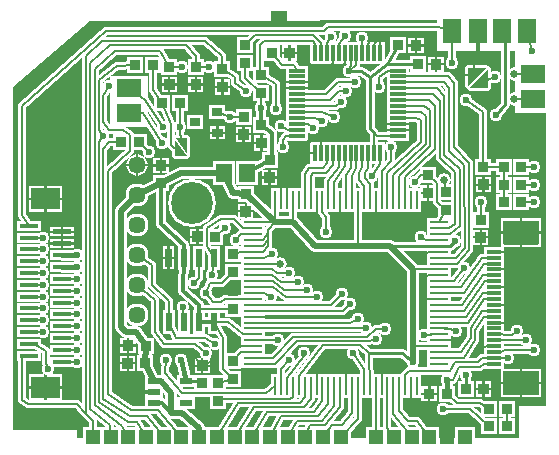
<source format=gtl>
G04*
G04 Format:               Gerber RS-274X*
G04 Export Settings:      OSH Park*
G04 Layer:                TopCopper*
G04 This File Name:       GC_DUAL_FINAL_testffc_ADV.gtl*
G04 Source File Name:     GC_DUAL_FINAL_testffc_ADV.rrb*
G04 Unique ID:            4e2d7a6f-c949-47f3-acdd-e5fe3011063f*
G04 Generated Date:       Friday, 30 March 2018 12:58:07*
G04*
G04 Created Using:        Robot Room Copper Connection v3.0.5875*
G04 Software Contact:     http://www.robotroom.com/CopperConnection/Support.aspx*
G04 License Number:       1880*
G04*
G04 Zero Suppression:     Leading*
G04 Number Precision:     2.4*
G04*
%FSLAX24Y24*%
%MOIN*%
%LNTopCopper*%
%ADD10C,.0063*%
%ADD11C,.007*%
%ADD12C,.008*%
%ADD13C,.01*%
%ADD14C,.011*%
%ADD15C,.0118*%
%ADD16C,.012*%
%ADD17C,.015*%
%ADD18C,.02*%
%ADD19C,.0236*%
%ADD20C,.0248*%
%ADD21C,.0256*%
%ADD22C,.0263*%
%ADD23C,.027*%
%ADD24C,.028*%
%ADD25C,.03*%
%ADD26C,.031*%
%ADD27C,.0318*%
%ADD28C,.032*%
%ADD29C,.035*%
%ADD30C,.04*%
%ADD31C,.0436*%
%ADD32C,.0448*%
%ADD33C,.0456*%
%ADD34C,.0571*%
%ADD35C,.0771*%
%ADD36C,.1398*%
%ADD37C,.1598*%
%ADD38R,.006X.006*%
%ADD39R,.0079X.0079*%
%ADD40R,.0453X.0453*%
%ADD41R,.0551X.0551*%
%ADD42R,.0653X.0653*%
%ADD43R,.011X.0591*%
%ADD44R,.0118X.0551*%
%ADD45R,.0236X.061*%
%ADD46R,.031X.0791*%
%ADD47R,.0318X.0751*%
%ADD48R,.0354X.0276*%
%ADD49R,.0354X.0354*%
%ADD50R,.0394X.0197*%
%ADD51R,.0436X.081*%
%ADD52R,.0492X.0118*%
%ADD53R,.0531X.061*%
%ADD54R,.0551X.0118*%
%ADD55R,.0554X.0476*%
%ADD56R,.0554X.0554*%
%ADD57R,.0591X.011*%
%ADD58R,.0594X.0397*%
%ADD59R,.0603X.0787*%
%ADD60R,.063X.0157*%
%ADD61R,.0692X.0318*%
%ADD62R,.0731X.081*%
%ADD63R,.0751X.0318*%
%ADD64R,.0787X.0603*%
%ADD65R,.0791X.031*%
%ADD66R,.0803X.0987*%
%ADD67R,.083X.0357*%
%ADD68R,.0945X.0709*%
%ADD69R,.0987X.0803*%
%ADD70R,.1181X.0787*%
%AMTHERMAL*7,0,0,$1,$1-$2-$2,$2,0*%
%ADD71THERMAL,.0728X.0079*%
G36*
G01X443Y13879D02*
X15627Y13891D01*
X15625Y1019D01*
X14750D01*
Y-48D01*
X0D01*
Y237D01*
X-2116D01*
Y11665D01*
X443Y13879D01*
G37*
%LPC*%
G36*
X12019Y14037D02*
X15714D01*
Y12854D01*
X12019D01*
Y14037D01*
G37*
G36*
X14611Y13090D02*
X15720D01*
Y10809D01*
X14611D01*
Y13090D01*
G37*
G36*
X1107Y12027D02*
X2367D01*
Y10334D01*
X1107D01*
Y12027D01*
G37*
D71*
X1998Y9063D03*
D18*
X3674Y9961D02*
Y9434D01*
X3297Y9961D01*
X3674D01*
X3280Y9365D02*
Y9892D01*
X3657Y9365D01*
X3280D01*
X13707Y11645D02*
X13103D01*
X13707Y12250D01*
Y11645D01*
X13039Y12309D02*
X13643D01*
X13039Y11705D01*
Y12309D01*
D22*
X11752Y2D02*
X11350Y533D01*
X8802Y5D02*
X9371Y612D01*
X8212Y2D02*
X8514Y395D01*
X7619Y9D02*
X7776Y395D01*
X7029Y6D02*
X7333Y543D01*
X6441Y9D02*
X6791Y690D01*
X8514Y395D02*
X8849D01*
X7776D02*
X8287D01*
X8780Y1006D01*
X7333Y543D02*
X8172D01*
X8583Y1045D01*
X6791Y690D02*
X8037D01*
X5851Y-13D02*
X6348Y838D01*
X7921D01*
X5258Y9D02*
X5906Y985D01*
X7562D01*
X13053Y3812D02*
X13568Y4600D01*
X12909Y4206D02*
X13594Y5191D01*
X12848Y4403D02*
X13527Y5388D01*
X13587Y5781D02*
X13909D01*
X13521Y5978D02*
X13909D01*
X13062Y6234D02*
Y9140D01*
X10700Y12016D02*
X12373D01*
X12570Y11793D01*
X12413Y9533D02*
Y11636D01*
X12255Y11819D01*
X10700D01*
X12255Y9415D02*
Y11360D01*
X12019Y11622D01*
X10700D01*
X12098Y11203D02*
X11861Y11425D01*
X10700D01*
X11940Y11045D02*
X11743Y11229D01*
X10700D01*
X11783Y9700D02*
Y10888D01*
X11586Y11032D01*
X10700D01*
X11625Y9760D02*
Y10691D01*
X11468Y10835D01*
X10700D01*
X12904Y9061D02*
X12413Y9533D01*
X12767Y7020D02*
Y8943D01*
X12255Y9415D01*
X12087Y6962D02*
X12413D01*
X11940Y9592D02*
Y11045D01*
X10552Y8739D02*
X11625Y9760D01*
X10355Y8804D02*
X11468Y9832D01*
Y10564D01*
X11310Y10638D01*
X10700D01*
X9764Y7907D02*
Y8423D01*
X7796Y7907D02*
X7806Y8683D01*
X9125Y8978D02*
Y9457D01*
X8583Y8491D02*
Y7907D01*
X8731Y9006D02*
X8732Y9457D01*
X8386Y7907D02*
Y8527D01*
X8809Y11171D02*
X8646Y11032D01*
X8292Y11426D02*
X8714Y11832D01*
X9263D01*
X8437Y11229D02*
X8724Y11518D01*
X8646Y11032D02*
X7354D01*
X8169Y10835D02*
X8563Y10672D01*
X12570Y9651D02*
Y11793D01*
X13062Y9140D02*
X12570Y9651D01*
X12904Y9061D02*
X12924Y6313D01*
X12650Y5978D01*
X12767Y7020D02*
X12452Y6765D01*
X9567Y8364D02*
X9400Y8563D01*
X8535Y9055D02*
Y9457D01*
X8338Y9130D02*
X8197Y8958D01*
X7706Y10441D02*
X7885Y10297D01*
X6861Y9667D02*
Y9905D01*
X6980Y10048D02*
X7354Y10047D01*
X12491Y12462D02*
Y13534D01*
X5364Y1133D02*
X4668Y-13D01*
X9981Y5D02*
X9961Y298D01*
X10355Y1686D02*
Y306D01*
X9074Y12187D02*
X9322Y12384D01*
X9074Y12187D02*
X9125Y12403D01*
X7031Y10244D02*
X6822Y10374D01*
X9322Y12384D02*
Y12803D01*
X1737Y11634D02*
X2264Y11222D01*
X12958Y11240D02*
X13555Y10837D01*
X14224Y8998D02*
Y8407D01*
Y7817D01*
X13554Y8998D02*
X14224D01*
X13909Y3419D02*
X14499Y3407D01*
X13908Y2829D02*
X14145Y2817D01*
X14499Y3407D02*
X14657Y3525D01*
X10110Y9104D02*
X9843Y8711D01*
X13909Y3222D02*
X14972D01*
X8724Y11518D02*
X8987D01*
X12087Y3025D02*
X11192D01*
X12087Y3419D02*
X11586Y3407D01*
X13527Y5388D02*
X13909D01*
X13594Y5191D02*
X13909D01*
X13524Y4797D02*
X13909D01*
X13568Y4600D02*
X13909D01*
X13501Y4206D02*
X13909D01*
X13581Y4010D02*
X13909D01*
X12087Y5190D02*
X12562D01*
X12905Y5637D01*
X10945Y1686D02*
X10956Y2069D01*
X13497Y2632D02*
X13909D01*
X14381Y2620D01*
X12901Y2631D02*
X12087D01*
X12822Y2828D02*
X12087D01*
X13524Y4797D02*
X12983Y4009D01*
X13053Y3812D02*
X12087D01*
X12983Y4009D02*
X12087D01*
X12909Y4206D02*
X12087D01*
X12848Y4403D02*
X12087D01*
Y4797D02*
X12891D01*
X13587Y5781D01*
X13521Y5978D02*
X12803Y4993D01*
X12087Y4994D01*
Y5584D02*
X11192D01*
X12087Y5781D02*
X12690D01*
X11940Y9592D02*
X10945Y8650D01*
X11783Y9700D02*
X10748Y8683D01*
X10552Y8739D02*
Y7907D01*
X10355Y8804D02*
Y7907D01*
X8977D02*
Y8730D01*
X7205Y7907D02*
Y7159D01*
X6615Y7907D02*
Y7159D01*
X10748Y857D02*
Y1686D01*
X11163Y5D02*
X10552Y756D01*
Y1686D01*
X10355Y306D02*
X10573Y9D01*
X9567Y1686D02*
X9578Y2271D01*
X5866Y7159D02*
X6615D01*
X5866Y5978D02*
X6232D01*
X5866Y5584D02*
X6497D01*
X5866Y5387D02*
X6521D01*
X5866Y5190D02*
X6533D01*
X5866Y4994D02*
X6541Y4993D01*
X5866Y4403D02*
X8484D01*
X5866Y2434D02*
X6603D01*
X12690Y5781D02*
X13062Y6234D01*
X12650Y5978D02*
X12087D01*
X12452Y6765D02*
X12087D01*
X12098Y9297D02*
Y11203D01*
X12609Y8825D02*
X12098Y9297D01*
X12609Y7113D02*
Y8825D01*
X12413Y6962D02*
X12609Y7113D01*
X10945Y8650D02*
Y7907D01*
X10748Y8683D02*
Y7907D01*
X9567D02*
Y8364D01*
X9174Y7907D02*
Y8704D01*
X7806Y8683D02*
X7885Y8801D01*
X5866Y4206D02*
X8869D01*
X5866Y3812D02*
X9106D01*
X5866Y2631D02*
X6543D01*
X6615Y1686D02*
X6299Y1478D01*
X7008Y1686D02*
Y1969D01*
X7402Y1686D02*
X7413Y2042D01*
X12087Y3616D02*
X12452Y3604D01*
X12087Y6568D02*
X11625Y6557D01*
X10158Y7907D02*
Y8877D01*
X10488Y9208D01*
X5866Y4600D02*
X4932Y4588D01*
X9371Y612D02*
X9370Y1686D01*
X9174Y783D02*
Y1686D01*
X8780Y1006D02*
Y1686D01*
X8583Y1045D02*
Y1686D01*
X8386Y1110D02*
Y1686D01*
X7921Y838D02*
X8189Y1183D01*
X7562Y985D02*
X7796Y1281D01*
X8037Y690D02*
X8386Y1110D01*
X8189Y1183D02*
Y1686D01*
X7796Y1281D02*
Y1686D01*
X5364Y1133D02*
X7448D01*
X7599Y1329D01*
X6543Y2631D02*
X7223Y3339D01*
X9681Y3348D01*
X6603Y2434D02*
X7333Y3200D01*
X6811Y1686D02*
Y2256D01*
X12452Y3604D02*
X12649Y3526D01*
X12901Y2631D02*
X13289Y3223D01*
X12822Y2828D02*
X13131Y3301D01*
X13289Y3565D02*
X13581Y4010D01*
X13131Y3643D02*
X13501Y4206D01*
X10956Y2069D02*
X11074Y2187D01*
X12452D01*
X9961Y298D02*
Y1686D01*
X8849Y395D02*
X9174Y783D01*
X7599Y1329D02*
Y1686D01*
X13368Y2502D02*
X13497Y2632D01*
X13446Y2344D02*
X13565Y2435D01*
X13909D01*
X14342Y927D02*
Y370D01*
X13751D02*
X13121Y927D01*
X12205Y936D01*
X11350Y533D02*
X11035D01*
X10748Y857D01*
X7413Y2042D02*
X8219Y3052D01*
X9449D01*
X6811Y2256D02*
X7087Y2560D01*
X7008Y1969D02*
X7579Y2689D01*
X7205Y1686D02*
Y1330D01*
X5866Y2828D02*
X5484D01*
X5217Y2528D01*
X4313Y2806D02*
X3928Y3102D01*
X5866Y3419D02*
X5555D01*
X5043Y3840D01*
X4559D01*
X9578Y2271D02*
X9203Y2806D01*
X9764Y1686D02*
X9744Y2806D01*
X5866Y3222D02*
X6693D01*
X3297Y3298D02*
X3059Y3840D01*
X3061Y4547D01*
X2510Y5059D01*
X5866Y6962D02*
X5528Y6951D01*
X4814Y7266D02*
X4342Y6951D01*
X11625Y6557D02*
X11468Y6675D01*
X4342Y6951D02*
Y6360D01*
X5866Y6568D02*
X6192D01*
X5866Y6371D02*
X6192D01*
X5866Y6175D02*
X6192D01*
X12087Y7159D02*
X12315Y7568D01*
X12005Y7826D01*
X4932Y4588D02*
X4814Y4510D01*
X5866Y6765D02*
X5484D01*
X6389Y6911D02*
X6615Y7159D01*
X6192Y6175D02*
X6389Y6360D01*
Y6557D02*
Y6360D01*
X6192Y6371D02*
X6389Y6557D01*
X6192Y6568D02*
X6389Y6793D01*
Y6557D01*
Y6793D02*
Y6911D01*
X6232Y5978D02*
X6507Y6084D01*
X5866Y5781D02*
X6783D01*
X6861Y9905D02*
X6980Y10048D01*
X6675Y5455D02*
X7058D01*
X6821Y5179D02*
X7373D01*
X6913Y4903D02*
X7688D01*
X6974Y4667D02*
X8003D01*
X6541Y4993D02*
X6974Y4667D01*
X6533Y5190D02*
X6913Y4903D01*
X6521Y5387D02*
X6821Y5179D01*
X6497Y5584D02*
X6675Y5455D01*
X8869Y4206D02*
X9106Y4445D01*
X9655Y3632D02*
X9421Y3616D01*
X9370Y7907D02*
X9371Y6371D01*
X10488Y9208D02*
Y9667D01*
X9764Y8423D02*
X9596Y8628D01*
Y8803D01*
X9400Y8563D02*
Y8809D01*
X8977Y8730D02*
X9125Y8978D01*
X8928Y9017D02*
X8583Y8491D01*
X8386Y8527D02*
X8731Y9006D01*
X8189Y7907D02*
Y7502D01*
X8197Y8958D02*
X7728D01*
X7609Y8762D01*
X7599Y7907D01*
X8314Y8801D02*
X8535Y9055D01*
X7885Y8801D02*
X8314D01*
X12688Y1124D02*
X13436D01*
X13751Y927D01*
X5484Y6765D02*
X5293Y6557D01*
X8189Y7502D02*
X8318Y7344D01*
Y6832D01*
X4539Y4510D02*
X4318Y4785D01*
X4449Y5140D01*
X3554Y4347D02*
X3559Y3840D01*
X3909Y5140D02*
X4066Y5297D01*
X4059Y5966D01*
X4499Y5415D02*
X4539Y5651D01*
X4559Y5966D01*
X4342Y6360D02*
X4559Y5966D01*
X5528Y6951D02*
X5247Y7266D01*
X5866Y6175D02*
X5477D01*
X13948Y11990D02*
X13515Y11832D01*
X13131Y3301D02*
Y3643D01*
X13289Y3223D02*
Y3565D01*
X8484Y4403D02*
X8830Y4753D01*
X9106Y3812D02*
X9381Y3919D01*
X9421Y3616D02*
X5866D01*
X13467Y7817D02*
Y7248D01*
X12452Y2187D02*
X12609Y2502D01*
X13368D01*
X12334Y1911D02*
X12531D01*
X12728Y2344D02*
X13446D01*
X12334Y1439D02*
X12688Y1124D01*
X12531Y1911D02*
X12728Y2344D01*
X5247Y7266D02*
X4814D01*
X4951Y6954D02*
X4617Y6675D01*
X4449Y5140D02*
X4854D01*
X5212Y5494D01*
X4814Y4510D02*
X4539D01*
X2411Y9499D02*
X2067Y9844D01*
X12255Y8565D02*
X12315Y8158D01*
X14145Y2817D02*
X14263Y2895D01*
X15247D01*
Y8998D02*
X14814D01*
X15247Y8407D02*
X14814D01*
X15247Y7817D02*
X14814D01*
X2218Y10807D02*
X1737D01*
X15011Y13534D02*
X15169Y12856D01*
X14578Y12108D02*
X15208D01*
X14578Y11281D02*
X15208D01*
X1476Y9844D02*
X1083D01*
X1940Y12384D02*
X1344Y12382D01*
X591Y12255D02*
Y1073D01*
X443Y12452D02*
Y939D01*
X2899Y6D02*
X2330Y689D01*
X1777D01*
X886Y9598D02*
Y1281D01*
X2608Y4551D02*
X1998Y5075D01*
X2608Y3500D02*
Y4551D01*
X3928Y3102D02*
X2904D01*
X2510Y5059D02*
Y5728D01*
X1998Y6075D01*
X886Y1281D02*
X1777Y689D01*
X13555Y10837D02*
X13554Y8998D01*
X1344Y12382D02*
X738Y11911D01*
Y1182D02*
Y9844D01*
X1718Y6D02*
X1501Y374D01*
X591Y1073D01*
X5477Y6175D02*
X5212Y6084D01*
X2218Y10807D02*
X2854Y9795D01*
X11704Y8722D02*
X11467Y8732D01*
X12005Y7826D02*
Y8456D01*
X11704Y8722D01*
X11467Y8732D02*
X11270Y8495D01*
X1083Y11714D02*
X886Y11369D01*
X1033Y1428D02*
X1821Y887D01*
X2718D01*
X3489Y6D01*
X1033Y8859D02*
Y1428D01*
X3494Y1478D02*
X6299D01*
X2953Y2117D02*
X3494Y1478D01*
X2965Y2568D02*
X2953Y2117D01*
X7113Y1281D02*
X4921D01*
X7205Y1330D02*
X7113Y1281D01*
X4921D02*
X4702Y1209D01*
X2904Y3102D02*
X2608Y3500D01*
X4702Y1799D02*
X5217Y1938D01*
X4608Y3102D02*
X4279Y3298D01*
X9449Y3052D02*
X9744Y2806D01*
X7333Y3200D02*
X9744D01*
X7579Y2689D02*
Y2806D01*
X295Y12698D02*
Y777D01*
X1772Y9526D02*
X1033Y8859D01*
X1772Y10065D02*
Y9526D01*
X886Y10483D02*
X1083Y10237D01*
Y9844D02*
X886Y9598D01*
X1526Y10237D02*
X1772Y10065D01*
X1083Y10237D02*
X1526D01*
X886Y11369D02*
Y10483D01*
X-1821Y2708D02*
Y1236D01*
X-1624Y1084D01*
X0D01*
X12491Y13534D02*
X12418Y13584D01*
X12008Y13682D01*
X985Y13535D02*
X-1821Y11025D01*
Y7383D01*
X-1590Y7039D01*
X738Y9844D02*
X872Y10041D01*
X738Y10237D02*
Y11911D01*
X872Y10041D02*
X738Y10237D01*
X-1590Y6645D02*
X-1132D01*
X2264Y11222D02*
X2862Y10326D01*
X4279Y3298D02*
X3297D01*
X5217Y1938D02*
X4859Y2280D01*
Y3298D02*
X4559Y3840D01*
X4859Y2280D02*
Y3298D01*
X9125Y12403D02*
Y12803D01*
X9976Y3594D02*
X10285D01*
X9681Y3348D02*
X9976Y3594D01*
X9744Y3200D02*
X9970Y3270D01*
X295Y777D02*
X541Y543D01*
X0Y1084D02*
X295Y777D01*
X8233Y13535D02*
X985D01*
X8381Y13682D02*
X8233Y13535D01*
X12008Y13682D02*
X8381D01*
X10109Y9457D02*
X10110Y9104D01*
X9913Y9457D02*
Y10140D01*
X10010Y10048D02*
X10700Y10047D01*
X9596Y8803D02*
X9716Y8951D01*
Y9457D01*
X9400Y8809D02*
X9519Y9002D01*
Y9457D01*
X9174Y8704D02*
X9322Y8957D01*
X8928Y9457D02*
Y9017D01*
X8338Y9457D02*
Y9130D01*
X9322Y8957D02*
Y9457D01*
X9913Y10140D02*
X10010Y10048D01*
X10700Y12213D02*
X10379D01*
X10089Y12008D01*
Y11663D01*
X7354Y10244D02*
X7031D01*
X7354Y10441D02*
X7706D01*
X7354Y10638D02*
X7953D01*
X7354Y10835D02*
X8169D01*
X7354Y11229D02*
X8437D01*
X7354Y11425D02*
X8292Y11426D01*
X7953Y10638D02*
X8161Y10529D01*
X7354Y12213D02*
X7234Y12402D01*
X6841D01*
X6152Y12057D02*
X6644Y11762D01*
Y10925D01*
X5561Y10679D02*
X5118D01*
X4690Y10843D01*
X6841Y12402D02*
X6496Y12795D01*
X2854Y11122D02*
X3150Y10433D01*
Y9744D01*
X3396Y9498D01*
X3445Y10335D02*
Y10089D01*
X3543Y9793D01*
D23*
X6152Y12057D02*
X6102Y12122D01*
X5640Y11527D02*
X5285Y11802D01*
X8732Y12803D02*
Y13097D01*
X8928Y13349D01*
X7880Y13387D02*
X5955D01*
X5602Y13053D01*
X8141Y13132D02*
X7880Y13387D01*
X7874Y13189D02*
X7944Y13091D01*
X5602Y12462D02*
Y11951D01*
X6152Y11467D01*
X3515Y12344D02*
X3082D01*
X4421D02*
X3968D01*
X4854Y12255D02*
Y12697D01*
X5287Y11995D02*
X4854Y12255D01*
X5285Y11802D02*
X5287Y11995D01*
X2531Y12384D02*
Y11580D01*
X2854Y11122D01*
X3082Y12344D02*
X2785Y12854D01*
X1265D02*
X591Y12255D01*
X2785Y12854D02*
X1265D01*
X3968Y12344D02*
X3966Y12697D01*
X3651Y13051D02*
X1107D01*
X3966Y12697D02*
X3651Y13051D01*
X4854Y12697D02*
X4281Y13208D01*
X847D01*
X1107Y13051D02*
X443Y12452D01*
X847Y13208D02*
X295Y12698D01*
X2308Y6D02*
X1993Y492D01*
X1698D01*
X738Y1182D01*
X1127Y6D02*
X1122Y413D01*
X443Y939D01*
X-961Y2257D02*
X-1033Y2462D01*
Y2856D01*
X-1411Y3102D01*
X-1590D01*
Y2708D02*
X-1821D01*
X541Y543D02*
X537Y6D01*
X-492Y2511D02*
X0D01*
X-492Y2905D02*
X0D01*
X-492Y3298D02*
X0D01*
X-492Y3692D02*
X0D01*
X-492Y4086D02*
X0D01*
X-492Y4480D02*
X0D01*
X-492Y4873D02*
X0D01*
X-492Y5267D02*
X0D01*
X-1590Y3495D02*
X-1132D01*
X-1590Y3889D02*
X-1132D01*
X-1590Y4283D02*
X-1132D01*
X-1590Y4676D02*
X-1132D01*
X-1590Y5070D02*
X-1132D01*
X-1590Y5464D02*
X-1132D01*
X-1590Y5858D02*
X-1132D01*
X-1590Y6251D02*
X-1132D01*
X9519Y12803D02*
Y13294D01*
X7944Y13091D02*
Y12803D01*
X8141D02*
Y13132D01*
X8338Y12803D02*
Y13123D01*
X8465Y13337D01*
X6102Y12122D02*
Y13053D01*
X6152Y11467D02*
Y10974D01*
X6242Y13189D02*
X7874D01*
X6102Y13053D02*
X6242Y13189D01*
X3445Y11122D02*
Y10335D01*
D24*
X4066Y4273D02*
X5212D01*
X5866Y4797D02*
X6232D01*
X6468Y4667D01*
D25*
X9762Y12006D02*
X9475Y12187D01*
X9762Y12006D02*
X10720Y13053D02*
X10326Y12423D01*
X9475Y12187D02*
X9074D01*
X9762Y10297D02*
Y12006D01*
X10326Y12423D02*
X9762Y12006D01*
X10326Y12423D02*
X11389D01*
X9744Y2806D02*
X10856D01*
X13987Y10730D02*
X14260Y11085D01*
Y13340D01*
X12964Y2069D02*
Y1596D01*
X10856Y2806D02*
X11192Y2502D01*
X4183Y1783D02*
X3937Y1871D01*
X3642D01*
X9762Y10297D02*
X9913Y10140D01*
D26*
X12087Y6371D02*
X10424D01*
X12087D02*
X12452Y6360D01*
X12609Y6518D01*
D27*
X4559Y3840D02*
X4059D01*
D28*
X3559Y5966D02*
X3560Y6389D01*
X3559Y5966D02*
X3554Y4864D01*
X4066Y4392D01*
X3560Y6389D02*
X2805Y7088D01*
X5680Y8801D02*
X6428Y9234D01*
X6507Y9313D01*
Y10138D01*
X4066Y4273D02*
X4059Y3840D01*
X4066Y4392D02*
Y4273D01*
X6152Y10384D02*
Y10974D01*
X2579Y1123D02*
X2834D01*
X3150Y789D01*
X2805Y1871D02*
X2579D01*
X2805Y7088D02*
Y8454D01*
X6507Y10138D02*
X6152Y10384D01*
D29*
X3642Y1871D02*
X3484Y2568D01*
X12334Y1911D02*
Y1439D01*
X-492Y6054D02*
X0D01*
X-492Y5661D02*
X0D01*
D30*
X2805Y8454D02*
X3485Y8801D01*
X4893D01*
X11192Y2502D02*
Y3025D01*
Y5584D01*
X10424Y6371D01*
X9371D01*
X7205Y7159D02*
X7924Y6371D01*
X6615Y7159D02*
X7205D01*
X9371Y6371D02*
X7924D01*
X5208Y8132D02*
X4893Y8801D01*
X6615Y7159D02*
X5632Y8114D01*
X5208Y8132D01*
X4079Y9D02*
X4075Y315D01*
X3150Y789D02*
Y1478D01*
X2805Y1871D01*
X2579D02*
X2290Y2457D01*
X3494Y789D02*
X3150D01*
X2290Y2457D02*
X2293Y3046D01*
X2003Y8075D02*
X1476Y7531D01*
Y3670D01*
X1624Y3495D01*
X2805Y8454D02*
X2003Y8075D01*
X1969Y3495D02*
X2293Y3046D01*
X1624Y3495D02*
X1969D01*
X4075Y315D02*
X3494Y789D01*
D31*
X12905Y5637D03*
X9843Y8711D03*
X10089Y11663D03*
X8161Y10529D03*
X7885Y10297D03*
X9263Y11832D03*
X8987Y11518D03*
X8809Y11171D03*
X8563Y10672D03*
X6822Y10374D03*
X14381Y2620D03*
X15169Y12856D03*
X6152Y10974D03*
X9074Y12187D03*
X5640Y11527D03*
X4421Y12344D03*
X3515D03*
X9519Y13294D03*
X8928Y13349D03*
X8465Y13337D03*
X3445Y10335D03*
X2862Y10326D03*
X2854Y9795D03*
X15247Y8998D03*
Y8407D03*
Y7817D03*
X14657Y3525D03*
X14972Y3222D03*
X15247Y2895D03*
X2411Y9499D03*
X5293Y6557D03*
X6507Y6084D03*
X7058Y5455D03*
X7373Y5179D03*
X7688Y4903D03*
X8003Y4667D03*
X8830Y4753D03*
X9106Y4445D03*
X9381Y3919D03*
X6861Y9667D03*
X9655Y3632D03*
X9970Y3270D03*
X10285Y3594D03*
X11468Y6675D03*
X12649Y3526D03*
X10488Y9667D03*
X12491Y12462D03*
X12334Y1911D03*
X12205Y936D03*
X9203Y2806D03*
X11192Y2502D03*
X6693Y3222D03*
X4608Y3102D03*
X12609Y6518D03*
X13467Y7817D03*
X11270Y8495D03*
X6468Y4667D03*
X11586Y3407D03*
X8318Y6832D03*
X12964Y2069D03*
X3554Y4347D03*
X3909Y5140D03*
X4499Y5415D03*
X4951Y6954D03*
X4318Y4785D03*
X13948Y11990D03*
X13987Y10730D03*
X12958Y11240D03*
X1083Y11714D03*
X2965Y2568D03*
X3484D03*
X7579Y2806D03*
X4313D03*
X7087Y2560D03*
X0Y5267D03*
Y4873D03*
Y4480D03*
Y4086D03*
Y3692D03*
Y3298D03*
Y2905D03*
Y2511D03*
X-961Y2257D03*
X-1132Y3495D03*
Y3889D03*
Y4283D03*
Y4676D03*
Y5070D03*
Y5464D03*
Y5858D03*
Y6251D03*
X0Y5661D03*
Y6054D03*
X872Y10041D03*
X-1132Y6645D03*
D19*
X11368Y936D03*
X13041Y641D03*
X11713Y543D03*
X12746Y641D03*
X10301Y2216D03*
X8465Y2757D03*
X5105Y3397D03*
X3222Y2806D03*
X4584Y2567D03*
D31*
X6644Y10925D03*
X5118Y10679D03*
D32*
X14578Y12108D03*
Y11281D03*
D33*
X6783Y5781D03*
X12255Y8565D03*
D35*
X1998Y4075D03*
Y5075D03*
Y6075D03*
Y7075D03*
X2003Y8075D03*
D37*
X3837Y7784D03*
D42*
X3489Y6D03*
X4079Y9D03*
X4668Y-13D03*
X5258Y9D03*
X5851Y-13D03*
X6441Y9D03*
X7029Y6D03*
X7619Y9D03*
X8212Y2D03*
X8802Y5D03*
X9981D03*
X10573Y9D03*
X11163Y5D03*
X11752Y2D03*
D40*
X12342Y5D03*
D42*
X12936Y7D03*
X1718Y6D03*
X1127D03*
X537D03*
X2899D03*
X2308D03*
D46*
X6615Y1686D03*
X6811D03*
X7008D03*
X7205D03*
X7402D03*
X7599D03*
X7796D03*
X7992D03*
X8189D03*
X8386D03*
X8583D03*
X8780D03*
X8977D03*
X9174D03*
X9370D03*
X9567D03*
X9764D03*
X9961D03*
X10158D03*
X10355D03*
X10552D03*
X10748D03*
X10945D03*
X11142D03*
X11339D03*
X6615Y7907D03*
X6811D03*
X7008D03*
X7205D03*
X7402D03*
X7599D03*
X7796D03*
X7992D03*
X8189D03*
X8386D03*
X8583D03*
X8780D03*
X8977D03*
X9174D03*
X9370D03*
X9567D03*
X9764D03*
X9961D03*
X10158D03*
X10355D03*
X10552D03*
X10748D03*
X10945D03*
X11142D03*
X11339D03*
D47*
X7944Y9457D03*
X8141D03*
X8338D03*
X8535D03*
X8732D03*
X8928D03*
X9125D03*
X9322D03*
X9519D03*
X9716D03*
X9913D03*
X10109D03*
X7944Y12803D03*
X8141D03*
X8338D03*
X8535D03*
X8732D03*
X8928D03*
X9125D03*
X9322D03*
X9519D03*
X9716D03*
X9913D03*
X10109D03*
D51*
X4559Y5966D03*
X4059D03*
X3559D03*
D39*
X2902Y6045D02*
Y6311D01*
X2981D01*
X3138D02*
X3217D01*
Y6045D01*
Y5888D02*
Y5622D01*
X3138D01*
X2981D02*
X2902D01*
Y5888D01*
D51*
X4559Y3840D03*
X4059D03*
X3559D03*
X3059D03*
D39*
X4474Y10221D02*
Y10320D01*
X4612D01*
X4769D02*
X4907D01*
Y10221D01*
Y10064D02*
Y9965D01*
X4769D01*
X4612D02*
X4474D01*
Y10064D01*
D55*
X3942Y10493D03*
X4690Y10843D03*
D56*
X4702Y1209D03*
Y1799D03*
X12334Y1439D03*
D39*
X11527Y1518D02*
Y1655D01*
X11665D01*
X11822D02*
X11960D01*
Y1518D01*
Y1360D02*
Y1222D01*
X11822D01*
X11665D02*
X11527D01*
Y1360D01*
D56*
X5217Y2528D03*
Y1938D03*
D39*
X1483Y2536D02*
Y2673D01*
X1621D01*
X1779D02*
X1916D01*
Y2536D01*
Y2378D02*
Y2240D01*
X1779D01*
X1621D02*
X1483D01*
Y2378D01*
D56*
X2290Y2457D03*
D39*
X13338Y1675D02*
Y1813D01*
X13476D01*
X13633D02*
X13771D01*
Y1675D01*
Y1518D02*
Y1380D01*
X13633D01*
X13476D02*
X13338D01*
Y1518D01*
D56*
X12964Y1596D03*
D39*
X1486Y3124D02*
Y3262D01*
X1624D01*
X1781D02*
X1919D01*
Y3124D01*
Y2967D02*
Y2829D01*
X1781D01*
X1624D02*
X1486D01*
Y2967D01*
D56*
X2293Y3046D03*
X4183Y1783D03*
D39*
X3967Y2452D02*
Y2590D01*
X4104D01*
X4262D02*
X4400D01*
Y2452D01*
Y2295D02*
Y2157D01*
X4262D01*
X4104D02*
X3967D01*
Y2295D01*
D56*
X5212Y4273D03*
X12315Y8158D03*
Y7568D03*
D39*
X11487Y8210D02*
Y8348D01*
X11625D01*
X11783D02*
X11921D01*
Y8210D01*
Y8053D02*
Y7915D01*
X11783D01*
X11625D02*
X11487D01*
Y8053D01*
D56*
X11704Y8722D03*
D39*
X13250Y6736D02*
Y6874D01*
X13388D01*
X13545D02*
X13683D01*
Y6736D01*
Y6579D02*
Y6441D01*
X13545D01*
X13388D02*
X13250D01*
Y6579D01*
D56*
X13467Y7248D03*
D39*
X5415Y7602D02*
Y7740D01*
X5553D01*
X5711D02*
X5849D01*
Y7602D01*
Y7445D02*
Y7307D01*
X5711D01*
X5553D02*
X5415D01*
Y7445D01*
D56*
X5632Y8114D03*
D39*
X6212Y8722D02*
Y8860D01*
X6350D01*
X6507D02*
X6645D01*
Y8722D01*
Y8565D02*
Y8427D01*
X6507D01*
X6350D02*
X6212D01*
Y8565D01*
D56*
X6428Y9234D03*
X10720Y13053D03*
D39*
X11094Y13132D02*
Y13269D01*
X11232D01*
X11389D02*
X11527D01*
Y13132D01*
Y12974D02*
Y12836D01*
X11389D01*
X11232D02*
X11094D01*
Y12974D01*
D56*
X5602Y12462D03*
Y13053D03*
D39*
X2865Y11832D02*
Y11970D01*
X3003D01*
X3161D02*
X3298D01*
Y11832D01*
Y11675D02*
Y11537D01*
X3161D01*
X3003D02*
X2865D01*
Y11675D01*
D56*
X3082Y12344D03*
D39*
X3751Y11832D02*
Y11970D01*
X3889D01*
X4046D02*
X4184D01*
Y11832D01*
Y11675D02*
Y11537D01*
X4046D01*
X3889D02*
X3751D01*
Y11675D01*
D56*
X3968Y12344D03*
D39*
X4637Y11743D02*
Y11881D01*
X4775D01*
X4932D02*
X5070D01*
Y11743D01*
Y11586D02*
Y11448D01*
X4932D01*
X4775D02*
X4637D01*
Y11586D01*
D56*
X4854Y12255D03*
X2531Y12384D03*
X1940D03*
X14224Y7817D03*
X14814D03*
X14224Y8407D03*
X14814D03*
X14224Y8998D03*
X14814D03*
D39*
X13338Y8486D02*
Y8624D01*
X13476D01*
X13633D02*
X13771D01*
Y8486D01*
Y8329D02*
Y8191D01*
X13633D01*
X13476D02*
X13338D01*
Y8329D01*
D56*
X13554Y8998D03*
D39*
X2589Y9124D02*
Y9261D01*
X2726D01*
X2884D02*
X3022D01*
Y9124D01*
Y8966D02*
Y8828D01*
X2884D01*
X2726D02*
X2589D01*
Y8966D01*
D56*
X2805Y8454D03*
X6152Y10384D03*
D39*
X5935Y9872D02*
Y10010D01*
X6073D01*
X6230D02*
X6368D01*
Y9872D01*
Y9715D02*
Y9577D01*
X6230D01*
X6073D02*
X5935D01*
Y9715D01*
D56*
X11389Y12423D03*
D39*
X11763Y12502D02*
Y12640D01*
X11901D01*
X12058D02*
X12196D01*
Y12502D01*
Y12344D02*
Y12206D01*
X12058D01*
X11901D02*
X11763D01*
Y12344D01*
D56*
X13751Y927D03*
X14342D03*
X13751Y370D03*
X14342D03*
X1476Y9844D03*
X2067D03*
X5212Y6084D03*
Y5494D03*
D39*
X3810Y6754D02*
Y6892D01*
X3948D01*
X4106D02*
X4243D01*
Y6754D01*
Y6596D02*
Y6458D01*
X4106D01*
X3948D02*
X3810D01*
Y6596D01*
D56*
X4617Y6675D03*
X6496Y12795D03*
D39*
X6870Y12874D02*
Y13012D01*
X7008D01*
X7165D02*
X7303D01*
Y12874D01*
Y12717D02*
Y12579D01*
X7165D01*
X7008D02*
X6870D01*
Y12717D01*
D56*
X6152Y11467D03*
Y12057D03*
X5561Y10679D03*
D39*
X5344Y10167D02*
Y10305D01*
X5482D01*
X5640D02*
X5778D01*
Y10167D01*
Y10010D02*
Y9872D01*
X5640D01*
X5482D02*
X5344D01*
Y10010D01*
D56*
X2854Y11122D03*
X3445D03*
D58*
X3642Y1871D03*
Y1123D03*
X2579Y1871D03*
Y1123D03*
Y1497D03*
D61*
X13908Y2829D03*
X13909Y3025D03*
Y3222D03*
Y3419D03*
Y3616D03*
Y3813D03*
Y4010D03*
Y4206D03*
Y4403D03*
Y4600D03*
Y4797D03*
Y4994D03*
Y5191D03*
Y5388D03*
Y5584D03*
Y5781D03*
Y5978D03*
Y2632D03*
Y6175D03*
Y2435D03*
D62*
X4893Y8801D03*
X5680D03*
D63*
X10700Y10047D03*
Y10244D03*
Y10441D03*
Y10638D03*
Y10835D03*
Y11032D03*
Y11229D03*
Y11425D03*
Y11622D03*
Y11819D03*
Y12016D03*
Y12213D03*
X7354Y10047D03*
Y10244D03*
Y10441D03*
Y10638D03*
Y10835D03*
Y11032D03*
Y11229D03*
Y11425D03*
Y11622D03*
Y11819D03*
Y12016D03*
Y12213D03*
D65*
X5866Y7159D03*
Y6962D03*
Y6765D03*
Y6568D03*
Y6371D03*
Y6175D03*
Y5978D03*
Y5781D03*
Y5584D03*
Y5387D03*
Y5190D03*
Y4994D03*
Y4797D03*
Y4600D03*
Y4403D03*
Y4206D03*
Y4009D03*
Y3812D03*
Y3616D03*
Y3419D03*
Y3222D03*
Y3025D03*
Y2828D03*
Y2631D03*
Y2434D03*
X12087Y7159D03*
Y6962D03*
Y6765D03*
Y6568D03*
Y6371D03*
Y6175D03*
Y5978D03*
Y5781D03*
Y5584D03*
Y5387D03*
Y5190D03*
Y4994D03*
Y4797D03*
Y4600D03*
Y4403D03*
Y4206D03*
Y4009D03*
Y3812D03*
Y3616D03*
Y3419D03*
Y3222D03*
Y3025D03*
Y2828D03*
Y2631D03*
Y2434D03*
D66*
X12491Y13534D03*
X15011D03*
X13358D03*
X14184D03*
D67*
X-492Y2511D03*
Y2905D03*
Y3298D03*
Y3692D03*
Y4086D03*
Y4480D03*
Y4873D03*
Y5267D03*
Y5661D03*
Y6054D03*
X-1590Y2708D03*
Y3102D03*
Y3495D03*
Y3889D03*
Y4283D03*
Y4676D03*
Y5070D03*
Y5464D03*
Y5858D03*
Y6251D03*
Y6645D03*
D39*
X-846Y6527D02*
Y6566D01*
X-571D01*
X-413D02*
X-138D01*
Y6527D01*
Y6369D02*
Y6330D01*
X-413D01*
X-571D02*
X-846D01*
Y6369D01*
D67*
X-1590Y7039D03*
D39*
X-846Y6921D02*
Y6960D01*
X-571D01*
X-413D02*
X-138D01*
Y6921D01*
Y6763D02*
Y6724D01*
X-413D01*
X-571D02*
X-846D01*
Y6763D01*
D69*
X15208Y11281D03*
Y12108D03*
X1737Y11634D03*
Y10807D03*
D39*
X-1553Y1729D02*
Y2044D01*
X-1120D01*
X-962D02*
X-529D01*
Y1729D01*
Y1572D02*
Y1257D01*
X-962D01*
X-1120D02*
X-1553D01*
Y1572D01*
Y8021D02*
Y8336D01*
X-1120D01*
X-962D02*
X-529D01*
Y8021D01*
Y7864D02*
Y7549D01*
X-962D01*
X-1120D02*
X-1553D01*
Y7864D01*
X14172Y1877D02*
Y2231D01*
X14724D01*
X14881D02*
X15432D01*
Y1877D01*
Y1719D02*
Y1365D01*
X14881D01*
X14724D02*
X14172D01*
Y1719D01*
Y6890D02*
Y7245D01*
X14724D01*
X14881D02*
X15432D01*
Y6890D01*
Y6733D02*
Y6379D01*
X14881D01*
X14724D02*
X14172D01*
Y6733D01*
%LPD*%
G36*
X3674Y9961D02*
Y9434D01*
X3297Y9961D01*
X3674D01*
G37*
G36*
X3280Y9365D02*
Y9892D01*
X3657Y9365D01*
X3280D01*
G37*
G36*
X13707Y11645D02*
X13103D01*
X13707Y12250D01*
Y11645D01*
G37*
G36*
X13039Y12309D02*
X13643D01*
X13039Y11705D01*
Y12309D01*
G37*
D10*
X11752Y2D02*
X11350Y533D01*
X8802Y5D02*
X9371Y612D01*
X8212Y2D02*
X8514Y395D01*
X7619Y9D02*
X7776Y395D01*
X7029Y6D02*
X7333Y543D01*
X6441Y9D02*
X6791Y690D01*
X8514Y395D02*
X8849D01*
X7776D02*
X8287D01*
X8780Y1006D01*
X7333Y543D02*
X8172D01*
X8583Y1045D01*
X6791Y690D02*
X8037D01*
X5851Y-13D02*
X6348Y838D01*
X7921D01*
X5258Y9D02*
X5906Y985D01*
X7562D01*
X13909Y3813D02*
X14394D01*
X13053Y3812D02*
X13568Y4600D01*
X12909Y4206D02*
X13594Y5191D01*
X12848Y4403D02*
X13527Y5388D01*
X13587Y5781D02*
X13909D01*
X13521Y5978D02*
X13909D01*
X13062Y6234D02*
Y9140D01*
X10700Y12016D02*
X12373D01*
X12570Y11793D01*
X12413Y9533D02*
Y11636D01*
X12255Y11819D01*
X10700D01*
X12255Y9415D02*
Y11360D01*
X12019Y11622D01*
X10700D01*
X12098Y11203D02*
X11861Y11425D01*
X10700D01*
X11940Y11045D02*
X11743Y11229D01*
X10700D01*
X11783Y9700D02*
Y10888D01*
X11586Y11032D01*
X10700D01*
X11625Y9760D02*
Y10691D01*
X11468Y10835D01*
X10700D01*
X12904Y9061D02*
X12413Y9533D01*
X12767Y7020D02*
Y8943D01*
X12255Y9415D01*
X12087Y6962D02*
X12413D01*
X11940Y9592D02*
Y11045D01*
X10552Y8739D02*
X11625Y9760D01*
X10355Y8804D02*
X11468Y9832D01*
Y10564D01*
X11310Y10638D01*
X10700D01*
X9764Y7907D02*
Y8423D01*
X7796Y7907D02*
X7806Y8683D01*
X9125Y8978D02*
Y9457D01*
X8583Y8491D02*
Y7907D01*
X8731Y9006D02*
X8732Y9457D01*
X8386Y7907D02*
Y8527D01*
X8809Y11171D02*
X8646Y11032D01*
X8292Y11426D02*
X8714Y11832D01*
X9263D01*
X8437Y11229D02*
X8724Y11518D01*
X8646Y11032D02*
X7354D01*
X8169Y10835D02*
X8563Y10672D01*
X12570Y9651D02*
Y11793D01*
X13062Y9140D02*
X12570Y9651D01*
X12904Y9061D02*
X12924Y6313D01*
X12650Y5978D01*
X12767Y7020D02*
X12452Y6765D01*
X9567Y8364D02*
X9400Y8563D01*
X8535Y9055D02*
Y9457D01*
X8338Y9130D02*
X8197Y8958D01*
X7706Y10441D02*
X7885Y10297D01*
X6861Y9667D02*
Y9905D01*
X6980Y10048D02*
X7354Y10047D01*
X12491Y12462D02*
Y13534D01*
X5364Y1133D02*
X4668Y-13D01*
X9981Y5D02*
X9961Y298D01*
X10355Y1686D02*
Y306D01*
X7944Y9457D02*
X7491D01*
X7354Y11819D02*
X7806D01*
X7354D02*
X6888D01*
X9716Y12803D02*
Y13112D01*
X9074Y12187D02*
X9322Y12384D01*
X9074Y12187D02*
X9125Y12403D01*
X7031Y10244D02*
X6822Y10374D01*
X9322Y12384D02*
Y12803D01*
X9716Y13112D02*
X9861Y13348D01*
X1737Y11634D02*
X2264Y11222D01*
X12958Y11240D02*
X13555Y10837D01*
X14224Y8998D02*
Y8407D01*
Y7817D01*
X13554Y8998D02*
X14224D01*
X13909Y3419D02*
X14499Y3407D01*
X13908Y2829D02*
X14145Y2817D01*
X14499Y3407D02*
X14657Y3525D01*
X10110Y9104D02*
X9843Y8711D01*
X13909Y3222D02*
X14972D01*
X8724Y11518D02*
X8987D01*
X12087Y4600D02*
X11546D01*
X12087Y3025D02*
X11192D01*
X12087Y3222D02*
X12546D01*
X12087Y3419D02*
X11586Y3407D01*
X13527Y5388D02*
X13909D01*
X13594Y5191D02*
X13909D01*
X13524Y4797D02*
X13909D01*
X13568Y4600D02*
X13909D01*
X13501Y4206D02*
X13909D01*
X13581Y4010D02*
X13909D01*
X12087Y5190D02*
X12562D01*
X12905Y5637D01*
X10945Y1686D02*
X10956Y2069D01*
X13497Y2632D02*
X13909D01*
X14381Y2620D01*
X12901Y2631D02*
X12087D01*
X12822Y2828D02*
X12087D01*
X13524Y4797D02*
X12983Y4009D01*
X13053Y3812D02*
X12087D01*
X12983Y4009D02*
X12087D01*
X12909Y4206D02*
X12087D01*
X12848Y4403D02*
X12087D01*
Y4797D02*
X12891D01*
X13587Y5781D01*
X13521Y5978D02*
X12803Y4993D01*
X12087Y4994D01*
Y5584D02*
X11192D01*
X12087Y5781D02*
X12690D01*
X12087Y6175D02*
X11743D01*
X11940Y9592D02*
X10945Y8650D01*
X11783Y9700D02*
X10748Y8683D01*
X10552Y8739D02*
Y7907D01*
X9961D02*
Y7362D01*
X10355Y8804D02*
Y7907D01*
X8780D02*
Y7342D01*
X8977Y7907D02*
Y8730D01*
X7992Y7907D02*
X7993Y7226D01*
X7205Y7907D02*
Y7159D01*
X6615Y7907D02*
Y7159D01*
X10748Y857D02*
Y1686D01*
X11163Y5D02*
X10552Y756D01*
Y1686D01*
X10355Y306D02*
X10573Y9D01*
X9567Y1686D02*
X9578Y2271D01*
X10158Y1686D02*
X10169Y2211D01*
X5866Y7159D02*
X6615D01*
X5866Y5978D02*
X6232D01*
X5866Y5584D02*
X6497D01*
X5866Y5387D02*
X6521D01*
X5866Y5190D02*
X6533D01*
X5866Y4994D02*
X6541Y4993D01*
X5866Y4403D02*
X8484D01*
X5866Y4009D02*
X6580D01*
X5866Y2434D02*
X6603D01*
X12690Y5781D02*
X13062Y6234D01*
X12650Y5978D02*
X12087D01*
X12452Y6765D02*
X12087D01*
X12098Y9297D02*
Y11203D01*
X12609Y8825D02*
X12098Y9297D01*
X12609Y7113D02*
Y8825D01*
X12413Y6962D02*
X12609Y7113D01*
X10945Y8650D02*
Y7907D01*
X10748Y8683D02*
Y7907D01*
X9567D02*
Y8364D01*
X9174Y7907D02*
Y8704D01*
X7806Y8683D02*
X7885Y8801D01*
X5866Y4206D02*
X8869D01*
X5866Y3812D02*
X9106D01*
X5866Y2631D02*
X6543D01*
X6615Y1686D02*
X6299Y1478D01*
X7008Y1686D02*
Y1969D01*
X7402Y1686D02*
X7413Y2042D01*
X11142Y1686D02*
Y1321D01*
X12087Y3616D02*
X12452Y3604D01*
X12087Y6568D02*
X11625Y6557D01*
X10158Y7907D02*
Y8877D01*
X10488Y9208D01*
X5866Y4600D02*
X4932Y4588D01*
X9371Y612D02*
X9370Y1686D01*
X9174Y783D02*
Y1686D01*
X8780Y1006D02*
Y1686D01*
X8583Y1045D02*
Y1686D01*
X8386Y1110D02*
Y1686D01*
X7921Y838D02*
X8189Y1183D01*
X7562Y985D02*
X7796Y1281D01*
X8037Y690D02*
X8386Y1110D01*
X8189Y1183D02*
Y1686D01*
X7796Y1281D02*
Y1686D01*
X5364Y1133D02*
X7448D01*
X7599Y1329D01*
X6543Y2631D02*
X7223Y3339D01*
X9681Y3348D01*
X6603Y2434D02*
X7333Y3200D01*
X6811Y1686D02*
Y2256D01*
X12452Y3604D02*
X12649Y3526D01*
X12546Y3222D02*
X12654Y3112D01*
X12901Y2631D02*
X13289Y3223D01*
X12822Y2828D02*
X13131Y3301D01*
X13289Y3565D02*
X13581Y4010D01*
X13131Y3643D02*
X13501Y4206D01*
X10956Y2069D02*
X11074Y2187D01*
X12452D01*
X9961Y298D02*
Y1686D01*
X8849Y395D02*
X9174Y783D01*
X7599Y1329D02*
Y1686D01*
X13368Y2502D02*
X13497Y2632D01*
X13446Y2344D02*
X13565Y2435D01*
X13909D01*
X14342Y927D02*
Y370D01*
X13751D02*
X13121Y927D01*
X12205Y936D01*
X11350Y533D02*
X11035D01*
X10748Y857D01*
X7413Y2042D02*
X8219Y3052D01*
X9449D01*
X6811Y2256D02*
X7087Y2560D01*
X7008Y1969D02*
X7579Y2689D01*
X7205Y1686D02*
Y1330D01*
X5866Y2828D02*
X5484D01*
X5217Y2528D01*
X4313Y2806D02*
X3928Y3102D01*
X5866Y3419D02*
X5555D01*
X5043Y3840D01*
X4559D01*
X7992Y1686D02*
X7994Y2222D01*
X8977Y1686D02*
X8987Y2226D01*
X9578Y2271D02*
X9203Y2806D01*
X9764Y1686D02*
X9744Y2806D01*
X5866Y3222D02*
X6693D01*
X3297Y3298D02*
X3059Y3840D01*
X3061Y4547D01*
X2510Y5059D01*
X5866Y6962D02*
X5528Y6951D01*
X4814Y7266D02*
X4342Y6951D01*
X12087Y5387D02*
X11743D01*
X11532Y5297D01*
X11625Y6557D02*
X11468Y6675D01*
X11743Y6175D02*
X11428Y6006D01*
X4342Y6951D02*
Y6360D01*
X5866Y6568D02*
X6192D01*
X5866Y6371D02*
X6192D01*
X5866Y6175D02*
X6192D01*
X12087Y7159D02*
X12315Y7568D01*
X12005Y7826D01*
X4932Y4588D02*
X4814Y4510D01*
X5866Y6765D02*
X5484D01*
X6389Y6911D02*
X6615Y7159D01*
X6192Y6175D02*
X6389Y6360D01*
Y6557D02*
Y6360D01*
X6192Y6371D02*
X6389Y6557D01*
X6192Y6568D02*
X6389Y6793D01*
Y6557D01*
Y6793D02*
Y6911D01*
X6232Y5978D02*
X6507Y6084D01*
X5866Y5781D02*
X6783D01*
X6861Y9905D02*
X6980Y10048D01*
X6675Y5455D02*
X7058D01*
X6821Y5179D02*
X7373D01*
X6913Y4903D02*
X7688D01*
X6974Y4667D02*
X8003D01*
X6541Y4993D02*
X6974Y4667D01*
X6533Y5190D02*
X6913Y4903D01*
X6521Y5387D02*
X6821Y5179D01*
X6497Y5584D02*
X6675Y5455D01*
X8869Y4206D02*
X9106Y4445D01*
X9655Y3632D02*
X9421Y3616D01*
X9370Y7907D02*
X9371Y6371D01*
X10488Y9208D02*
Y9667D01*
X9764Y8423D02*
X9596Y8628D01*
Y8803D01*
X9400Y8563D02*
Y8809D01*
X8977Y8730D02*
X9125Y8978D01*
X8928Y9017D02*
X8583Y8491D01*
X8386Y8527D02*
X8731Y9006D01*
X8780Y7342D02*
X8625Y7226D01*
X9961Y7362D02*
X9932Y7226D01*
X8189Y7907D02*
Y7502D01*
X8197Y8958D02*
X7728D01*
X7609Y8762D01*
X7599Y7907D01*
X8314Y8801D02*
X8535Y9055D01*
X7885Y8801D02*
X8314D01*
X12688Y1124D02*
X13436D01*
X13751Y927D01*
X5484Y6765D02*
X5293Y6557D01*
X8189Y7502D02*
X8318Y7344D01*
Y6832D01*
X4539Y4510D02*
X4318Y4785D01*
X4449Y5140D01*
X3554Y4347D02*
X3559Y3840D01*
X3909Y5140D02*
X4066Y5297D01*
X4059Y5966D01*
X4499Y5415D02*
X4539Y5651D01*
X4559Y5966D01*
X4342Y6360D02*
X4559Y5966D01*
X5528Y6951D02*
X5247Y7266D01*
X5866Y6175D02*
X5477D01*
X13948Y11990D02*
X13515Y11832D01*
X13239Y12069D02*
Y12502D01*
Y12069D02*
X12806D01*
X7008Y7907D02*
Y8447D01*
X6811Y7907D02*
Y8447D01*
X13131Y3301D02*
Y3643D01*
X13289Y3223D02*
Y3565D01*
X8484Y4403D02*
X8830Y4753D01*
X9106Y3812D02*
X9381Y3919D01*
X9421Y3616D02*
X5866D01*
X13467Y7817D02*
Y7248D01*
X12452Y2187D02*
X12609Y2502D01*
X13368D01*
X12334Y1911D02*
X12531D01*
X12728Y2344D02*
X13446D01*
X12334Y1439D02*
X12688Y1124D01*
X12531Y1911D02*
X12728Y2344D01*
X5247Y7266D02*
X4814D01*
X4951Y6954D02*
X4617Y6675D01*
X4696Y4825D02*
X4923Y4864D01*
X4449Y5140D02*
X4854D01*
X5212Y5494D01*
X4814Y4510D02*
X4539D01*
X4923Y4864D02*
X5212D01*
X2411Y9499D02*
X2067Y9844D01*
X12255Y8565D02*
X12315Y8158D01*
X14145Y2817D02*
X14263Y2895D01*
X15247D01*
X11142Y1321D02*
X11074Y1140D01*
X15247Y8998D02*
X14814D01*
X15247Y8407D02*
X14814D01*
X15247Y7817D02*
X14814D01*
X2218Y10807D02*
X1737D01*
X15011Y13534D02*
X15169Y12856D01*
X14578Y12108D02*
X15208D01*
X14578Y11281D02*
X15208D01*
X1476Y9844D02*
X1083D01*
X1940Y12384D02*
X1344Y12382D01*
X591Y12255D02*
Y1073D01*
X443Y12452D02*
Y939D01*
X2899Y6D02*
X2330Y689D01*
X1777D01*
X886Y9598D02*
Y1281D01*
X2608Y4551D02*
X1998Y5075D01*
X2608Y3500D02*
Y4551D01*
X3928Y3102D02*
X2904D01*
X2510Y5059D02*
Y5728D01*
X1998Y6075D01*
X886Y1281D02*
X1777Y689D01*
X13555Y10837D02*
X13554Y8998D01*
X1344Y12382D02*
X738Y11911D01*
Y1182D02*
Y9844D01*
X1718Y6D02*
X1501Y374D01*
X591Y1073D01*
X5477Y6175D02*
X5212Y6084D01*
X2218Y10807D02*
X2854Y9795D01*
X11704Y8722D02*
X11467Y8732D01*
X12005Y7826D02*
Y8456D01*
X11704Y8722D01*
X11467Y8732D02*
X11270Y8495D01*
X1083Y11714D02*
X886Y11369D01*
X1033Y1428D02*
X1821Y887D01*
X2718D01*
X3489Y6D01*
X1033Y8859D02*
Y1428D01*
X3494Y1478D02*
X6299D01*
X2953Y2117D02*
X3494Y1478D01*
X2965Y2568D02*
X2953Y2117D01*
X7113Y1281D02*
X4921D01*
X7205Y1330D02*
X7113Y1281D01*
X4921D02*
X4702Y1209D01*
X2904Y3102D02*
X2608Y3500D01*
X4702Y1799D02*
X5217Y1938D01*
X4608Y3102D02*
X4279Y3298D01*
X9449Y3052D02*
X9744Y2806D01*
X7333Y3200D02*
X9744D01*
X7579Y2689D02*
Y2806D01*
X295Y12698D02*
Y777D01*
X1772Y9526D02*
X1033Y8859D01*
X1772Y10065D02*
Y9526D01*
X886Y10483D02*
X1083Y10237D01*
Y9844D02*
X886Y9598D01*
X1526Y10237D02*
X1772Y10065D01*
X1083Y10237D02*
X1526D01*
X886Y11369D02*
Y10483D01*
X-1821Y2708D02*
Y1236D01*
X-1624Y1084D01*
X0D01*
X12491Y13534D02*
X12418Y13584D01*
X12008Y13682D01*
X985Y13535D02*
X-1821Y11025D01*
Y7383D01*
X-1590Y7039D01*
X738Y9844D02*
X872Y10041D01*
X738Y10237D02*
Y11911D01*
X872Y10041D02*
X738Y10237D01*
X-1590Y6645D02*
X-1132D01*
X2264Y11222D02*
X2862Y10326D01*
X5866Y3025D02*
X5364D01*
X5167Y3200D01*
X4279Y3298D02*
X3297D01*
X5217Y1938D02*
X4859Y2280D01*
Y3298D02*
X4559Y3840D01*
X4859Y2280D02*
Y3298D01*
X9125Y12403D02*
Y12803D01*
X9976Y3594D02*
X10285D01*
X9681Y3348D02*
X9976Y3594D01*
X9744Y3200D02*
X9970Y3270D01*
X295Y777D02*
X541Y543D01*
X0Y1084D02*
X295Y777D01*
X8233Y13535D02*
X985D01*
X8381Y13682D02*
X8233Y13535D01*
X12008Y13682D02*
X8381D01*
X10109Y9457D02*
X10110Y9104D01*
X9913Y9457D02*
Y10140D01*
X10010Y10048D02*
X10700Y10047D01*
X9596Y8803D02*
X9716Y8951D01*
Y9457D01*
X9400Y8809D02*
X9519Y9002D01*
Y9457D01*
X9174Y8704D02*
X9322Y8957D01*
X8928Y9457D02*
Y9017D01*
X8338Y9457D02*
Y9130D01*
X8141Y9457D02*
Y9892D01*
X9322Y8957D02*
Y9457D01*
X9913Y12803D02*
Y13099D01*
X10169Y13317D01*
X10109Y12803D02*
Y13091D01*
X9913Y10140D02*
X10010Y10048D01*
X10700Y12213D02*
X10379D01*
X10089Y12008D01*
Y11663D01*
X10700Y10441D02*
X11192D01*
X10700D02*
X9990D01*
X10700Y10244D02*
X11197D01*
X10700D02*
X10138D01*
X10109Y13091D02*
X10169Y13317D01*
X8928Y12803D02*
X8933Y12467D01*
X8693Y12254D01*
X8535Y12803D02*
Y12451D01*
X8297Y12254D01*
X7354Y10244D02*
X7031D01*
X7354Y10441D02*
X7706D01*
X7354Y10638D02*
X7953D01*
X7354Y10835D02*
X8169D01*
X7354Y11229D02*
X8437D01*
X7354Y11425D02*
X8292Y11426D01*
X7953Y10638D02*
X8161Y10529D01*
X7354Y11622D02*
X7813D01*
X7354D02*
X6890D01*
X7354Y12213D02*
X7234Y12402D01*
X6841D01*
X6152Y12057D02*
X6644Y11762D01*
Y10925D01*
X5561Y10679D02*
X5118D01*
X4690Y10843D01*
X6841Y12402D02*
X6496Y12795D01*
X2854Y11122D02*
X3150Y10433D01*
Y9744D01*
X3396Y9498D01*
X3445Y10335D02*
Y10089D01*
X3543Y9793D01*
D11*
X6152Y12057D02*
X6102Y12122D01*
X5640Y11527D02*
X5285Y11802D01*
X8732Y12803D02*
Y13097D01*
X8928Y13349D01*
X7880Y13387D02*
X5955D01*
X5602Y13053D01*
X8141Y13132D02*
X7880Y13387D01*
X7874Y13189D02*
X7944Y13091D01*
X5602Y12462D02*
Y11951D01*
X6152Y11467D01*
X3515Y12344D02*
X3082D01*
X4421D02*
X3968D01*
X4854Y12255D02*
Y12697D01*
X5287Y11995D02*
X4854Y12255D01*
X5285Y11802D02*
X5287Y11995D01*
X2531Y12384D02*
Y11580D01*
X2854Y11122D01*
X3082Y12344D02*
X2785Y12854D01*
X1265D02*
X591Y12255D01*
X2785Y12854D02*
X1265D01*
X3968Y12344D02*
X3966Y12697D01*
X3651Y13051D02*
X1107D01*
X3966Y12697D02*
X3651Y13051D01*
X4854Y12697D02*
X4281Y13208D01*
X847D01*
X1107Y13051D02*
X443Y12452D01*
X847Y13208D02*
X295Y12698D01*
X2308Y6D02*
X1993Y492D01*
X1698D01*
X738Y1182D01*
X1127Y6D02*
X1122Y413D01*
X443Y939D01*
X-961Y2257D02*
X-1033Y2462D01*
Y2856D01*
X-1411Y3102D01*
X-1590D01*
Y2708D02*
X-1821D01*
X541Y543D02*
X537Y6D01*
X-492Y2511D02*
X0D01*
X-492Y2905D02*
X0D01*
X-492Y3298D02*
X0D01*
X-492Y3692D02*
X0D01*
X-492Y4086D02*
X0D01*
X-492Y4480D02*
X0D01*
X-492Y4873D02*
X0D01*
X-492Y5267D02*
X0D01*
X-1590Y3495D02*
X-1132D01*
X-1590Y3889D02*
X-1132D01*
X-1590Y4283D02*
X-1132D01*
X-1590Y4676D02*
X-1132D01*
X-1590Y5070D02*
X-1132D01*
X-1590Y5464D02*
X-1132D01*
X-1590Y5858D02*
X-1132D01*
X-1590Y6251D02*
X-1132D01*
X9519Y12803D02*
Y13294D01*
X7944Y13091D02*
Y12803D01*
X8141D02*
Y13132D01*
X8338Y12803D02*
Y13123D01*
X8465Y13337D01*
X6102Y12122D02*
Y13053D01*
X6152Y11467D02*
Y10974D01*
X6242Y13189D02*
X7874D01*
X6102Y13053D02*
X6242Y13189D01*
X3445Y11122D02*
Y10335D01*
D12*
X13909Y6175D02*
X14378D01*
X13909Y5584D02*
X14392D01*
X13909Y4994D02*
X14388D01*
X13909Y4403D02*
X14387D01*
X13909Y3025D02*
X13672D01*
X4066Y4273D02*
X5212D01*
X5866Y4797D02*
X6232D01*
X6468Y4667D01*
X13672Y3025D02*
X13442Y2935D01*
X3222Y2806D02*
X3445Y2856D01*
X3789D02*
X4183Y2374D01*
X4584Y2567D02*
X4183Y2374D01*
X3445Y2856D02*
X3789D01*
D13*
X9762Y12006D02*
X9475Y12187D01*
X9762Y12006D02*
X10720Y13053D02*
X10326Y12423D01*
X9475Y12187D02*
X9074D01*
X9762Y10297D02*
Y12006D01*
X10326Y12423D02*
X9762Y12006D01*
X10326Y12423D02*
X11389D01*
X9744Y2806D02*
X10856D01*
X13987Y10730D02*
X14260Y11085D01*
Y13340D01*
X12964Y2069D02*
Y1596D01*
X11743Y1439D02*
Y1911D01*
X10856Y2806D02*
X11192Y2502D01*
X4183Y1783D02*
X3937Y1871D01*
X3642D01*
X9762Y10297D02*
X9913Y10140D01*
D14*
X12087Y6371D02*
X10424D01*
X12087D02*
X12452Y6360D01*
X12609Y6518D01*
D15*
X4559Y3840D02*
X4059D01*
X6742Y13941D02*
X7185Y13732D01*
X6742Y13941D02*
X6299Y13732D01*
X6004D01*
X7185D02*
X7579D01*
X7530Y9689D02*
X7874Y9935D01*
X7628Y12556D02*
X7874Y12261D01*
D16*
X3559Y5966D02*
X3560Y6389D01*
X3559Y5966D02*
X3554Y4864D01*
X4066Y4392D01*
X3560Y6389D02*
X2805Y7088D01*
X5680Y8801D02*
X6428Y9234D01*
X6507Y9313D01*
Y10138D01*
X4066Y4273D02*
X4059Y3840D01*
X13358Y13534D02*
Y12502D01*
X4066Y4392D02*
Y4273D01*
X6152Y10384D02*
Y10974D01*
X2579Y1497D02*
X1929D01*
X2579Y1123D02*
X2834D01*
X3150Y789D01*
X2805Y1871D02*
X2579D01*
X2805Y7088D02*
Y8454D01*
X6507Y10138D02*
X6152Y10384D01*
D17*
X3642Y1871D02*
X3484Y2568D01*
X12334Y1911D02*
Y1439D01*
X-492Y6054D02*
X0D01*
X-492Y5661D02*
X0D01*
D18*
X2805Y8454D02*
X3485Y8801D01*
X4893D01*
X11192Y2502D02*
Y3025D01*
Y5584D01*
X10424Y6371D01*
X9371D01*
X7205Y7159D02*
X7924Y6371D01*
X6615Y7159D02*
X7205D01*
X9371Y6371D02*
X7924D01*
X5208Y8132D02*
X4893Y8801D01*
X6615Y7159D02*
X5632Y8114D01*
X5208Y8132D01*
X4079Y9D02*
X4075Y315D01*
X3150Y789D02*
Y1478D01*
X2805Y1871D01*
X2579D02*
X2290Y2457D01*
X3494Y789D02*
X3150D01*
X2290Y2457D02*
X2293Y3046D01*
X2003Y8075D02*
X1476Y7531D01*
Y3670D01*
X1624Y3495D01*
X2805Y8454D02*
X2003Y8075D01*
X1969Y3495D02*
X2293Y3046D01*
X1624Y3495D02*
X1969D01*
X4075Y315D02*
X3494Y789D01*
D19*
X12905Y5637D03*
X9843Y8711D03*
X10089Y11663D03*
X8161Y10529D03*
X7885Y10297D03*
X9263Y11832D03*
X8987Y11518D03*
X8809Y11171D03*
X8563Y10672D03*
X6822Y10374D03*
X14381Y2620D03*
X15169Y12856D03*
X6152Y10974D03*
X9074Y12187D03*
X5640Y11527D03*
X4421Y12344D03*
X3515D03*
X9519Y13294D03*
X8928Y13349D03*
X8465Y13337D03*
X3445Y10335D03*
X2862Y10326D03*
X2854Y9795D03*
X15247Y8998D03*
Y8407D03*
Y7817D03*
X14657Y3525D03*
X14972Y3222D03*
X15247Y2895D03*
X11783Y12895D03*
X2411Y9499D03*
X5293Y6557D03*
X6507Y6084D03*
X7058Y5455D03*
X7373Y5179D03*
X7688Y4903D03*
X8003Y4667D03*
X8830Y4753D03*
X9106Y4445D03*
X9381Y3919D03*
X6861Y9667D03*
X9655Y3632D03*
X9970Y3270D03*
X10285Y3594D03*
X11468Y6675D03*
X12649Y3526D03*
X10488Y9667D03*
X12491Y12462D03*
X12654Y3112D03*
X12334Y1911D03*
X12205Y936D03*
X9203Y2806D03*
X11192Y2502D03*
X6693Y3222D03*
X4608Y3102D03*
X11546Y4600D03*
X11532Y5297D03*
X11428Y6006D03*
X12609Y6518D03*
X13467Y7817D03*
X11270Y8495D03*
X6468Y4667D03*
X11586Y3407D03*
X7993Y7226D03*
X8318Y6832D03*
X8625Y7226D03*
X9932D03*
X12964Y2069D03*
X3554Y4347D03*
X3909Y5140D03*
X4499Y5415D03*
X4951Y6954D03*
X4318Y4785D03*
X13948Y11990D03*
X13987Y10730D03*
X7019Y8722D03*
X10900Y9706D03*
X13442Y2935D03*
X14021Y9586D03*
X13948Y12502D03*
X12840Y12618D03*
X8554Y10218D03*
X4823Y9449D03*
X5050Y7582D03*
X3445Y6940D03*
X3140Y5098D03*
X4696Y4825D03*
X10759Y3525D03*
Y4195D03*
Y4943D03*
X11531Y3919D03*
X9932Y6754D03*
X10759Y7226D03*
X11428D03*
X10759Y6714D03*
X13515Y1990D03*
X14814Y2502D03*
X15405D03*
X14762Y1208D03*
X15383Y1211D03*
X10759Y5494D03*
X13200Y5927D03*
X14021Y10138D03*
X11783Y13284D03*
X15444Y9392D03*
X10169Y13317D03*
X8022Y12156D03*
X7019Y9195D03*
X4281Y9449D03*
X8071Y8465D03*
X2362Y7580D03*
X2628Y6240D03*
X12958Y11240D03*
X1540Y8602D03*
X5364Y9440D03*
X1083Y11714D03*
X2965Y2568D03*
X3484D03*
X7579Y2806D03*
X4313D03*
X7087Y2560D03*
X0Y5267D03*
Y4873D03*
Y4480D03*
Y4086D03*
Y3692D03*
Y3298D03*
Y2905D03*
Y2511D03*
X-961Y2257D03*
X-1132Y3495D03*
Y3889D03*
Y4283D03*
Y4676D03*
Y5070D03*
Y5464D03*
Y5858D03*
Y6251D03*
X0Y5661D03*
Y6054D03*
X872Y10041D03*
X-1132Y6645D03*
X11368Y936D03*
X13041Y641D03*
X11713Y543D03*
X12746Y641D03*
X10301Y2216D03*
X8465Y2757D03*
X5105Y3397D03*
X3222Y2806D03*
X4584Y2567D03*
X-148Y7432D03*
Y8613D03*
X-886D03*
X-148Y9450D03*
X-197Y11615D03*
X-1083Y10976D03*
X6644Y10925D03*
X5118Y10679D03*
X5315Y11220D03*
X4380D03*
X6693Y12106D03*
X10120Y10679D03*
Y11122D03*
D20*
X14578Y12108D03*
Y11281D03*
D21*
X6783Y5781D03*
X12255Y8565D03*
D34*
X1998Y4075D03*
Y5075D03*
Y6075D03*
Y7075D03*
Y9063D03*
X2003Y8075D03*
D36*
X3837Y7784D03*
D40*
X3489Y6D03*
X4079Y9D03*
X4668Y-13D03*
X5258Y9D03*
X5851Y-13D03*
X6441Y9D03*
X7029Y6D03*
X7619Y9D03*
X8212Y2D03*
X8802Y5D03*
X9981D03*
X10573Y9D03*
X11163Y5D03*
X11752Y2D03*
X12342Y5D03*
X12936Y7D03*
X1718Y6D03*
X1127D03*
X537D03*
X2899D03*
X2308D03*
D41*
X6742Y13941D03*
D43*
X6615Y1686D03*
X6811D03*
X7008D03*
X7205D03*
X7402D03*
X7599D03*
X7796D03*
X7992D03*
X8189D03*
X8386D03*
X8583D03*
X8780D03*
X8977D03*
X9174D03*
X9370D03*
X9567D03*
X9764D03*
X9961D03*
X10158D03*
X10355D03*
X10552D03*
X10748D03*
X10945D03*
X11142D03*
X11339D03*
X6615Y7907D03*
X6811D03*
X7008D03*
X7205D03*
X7402D03*
X7599D03*
X7796D03*
X7992D03*
X8189D03*
X8386D03*
X8583D03*
X8780D03*
X8977D03*
X9174D03*
X9370D03*
X9567D03*
X9764D03*
X9961D03*
X10158D03*
X10355D03*
X10552D03*
X10748D03*
X10945D03*
X11142D03*
X11339D03*
D44*
X7944Y9457D03*
X8141D03*
X8338D03*
X8535D03*
X8732D03*
X8928D03*
X9125D03*
X9322D03*
X9519D03*
X9716D03*
X9913D03*
X10109D03*
X7944Y12803D03*
X8141D03*
X8338D03*
X8535D03*
X8732D03*
X8928D03*
X9125D03*
X9322D03*
X9519D03*
X9716D03*
X9913D03*
X10109D03*
D45*
X4559Y5966D03*
X4059D03*
X3559D03*
X3059D03*
X4559Y3840D03*
X4059D03*
X3559D03*
X3059D03*
D48*
X4690Y10143D03*
X3942Y10493D03*
X4690Y10843D03*
D49*
X4702Y1209D03*
Y1799D03*
X12334Y1439D03*
X11743D03*
X5217Y2528D03*
Y1938D03*
X1700Y2457D03*
X2290D03*
X13554Y1596D03*
X12964D03*
X1702Y3046D03*
X2293D03*
X4183Y1783D03*
Y2374D03*
X5212Y4864D03*
Y4273D03*
X12315Y8158D03*
Y7568D03*
X11704Y8132D03*
Y8722D03*
X13467Y6657D03*
Y7248D03*
X5632Y7524D03*
Y8114D03*
X6428Y8643D03*
Y9234D03*
X10720Y13053D03*
X11310D03*
X5602Y12462D03*
Y13053D03*
X3082Y11754D03*
Y12344D03*
X3968Y11754D03*
Y12344D03*
X4854Y11665D03*
Y12255D03*
X2531Y12384D03*
X1940D03*
X14224Y7817D03*
X14814D03*
X14224Y8407D03*
X14814D03*
X14224Y8998D03*
X14814D03*
X13554Y8407D03*
Y8998D03*
X2805Y9045D03*
Y8454D03*
X6152Y10384D03*
Y9793D03*
X11389Y12423D03*
X11980D03*
X13751Y927D03*
X14342D03*
X13751Y370D03*
X14342D03*
X1476Y9844D03*
X2067D03*
X5212Y6084D03*
Y5494D03*
X4027Y6675D03*
X4617D03*
X6496Y12795D03*
X7087D03*
X6152Y11467D03*
Y12057D03*
X5561Y10679D03*
Y10089D03*
X2854Y11122D03*
X3445D03*
D50*
X3642Y1871D03*
Y1123D03*
X2579Y1871D03*
Y1123D03*
Y1497D03*
D52*
X13908Y2829D03*
X13909Y3025D03*
Y3222D03*
Y3419D03*
Y3616D03*
Y3813D03*
Y4010D03*
Y4206D03*
Y4403D03*
Y4600D03*
Y4797D03*
Y4994D03*
Y5191D03*
Y5388D03*
Y5584D03*
Y5781D03*
Y5978D03*
Y2632D03*
Y6175D03*
Y2435D03*
D53*
X4893Y8801D03*
X5680D03*
D54*
X10700Y10047D03*
Y10244D03*
Y10441D03*
Y10638D03*
Y10835D03*
Y11032D03*
Y11229D03*
Y11425D03*
Y11622D03*
Y11819D03*
Y12016D03*
Y12213D03*
X7354Y10047D03*
Y10244D03*
Y10441D03*
Y10638D03*
Y10835D03*
Y11032D03*
Y11229D03*
Y11425D03*
Y11622D03*
Y11819D03*
Y12016D03*
Y12213D03*
D57*
X5866Y7159D03*
Y6962D03*
Y6765D03*
Y6568D03*
Y6371D03*
Y6175D03*
Y5978D03*
Y5781D03*
Y5584D03*
Y5387D03*
Y5190D03*
Y4994D03*
Y4797D03*
Y4600D03*
Y4403D03*
Y4206D03*
Y4009D03*
Y3812D03*
Y3616D03*
Y3419D03*
Y3222D03*
Y3025D03*
Y2828D03*
Y2631D03*
Y2434D03*
X12087Y7159D03*
Y6962D03*
Y6765D03*
Y6568D03*
Y6371D03*
Y6175D03*
Y5978D03*
Y5781D03*
Y5584D03*
Y5387D03*
Y5190D03*
Y4994D03*
Y4797D03*
Y4600D03*
Y4403D03*
Y4206D03*
Y4009D03*
Y3812D03*
Y3616D03*
Y3419D03*
Y3222D03*
Y3025D03*
Y2828D03*
Y2631D03*
Y2434D03*
D59*
X12491Y13534D03*
X15011D03*
X13358D03*
X14184D03*
D60*
X-492Y2511D03*
Y2905D03*
Y3298D03*
Y3692D03*
Y4086D03*
Y4480D03*
Y4873D03*
Y5267D03*
Y5661D03*
Y6054D03*
X-1590Y2708D03*
Y3102D03*
Y3495D03*
Y3889D03*
Y4283D03*
Y4676D03*
Y5070D03*
Y5464D03*
Y5858D03*
Y6251D03*
Y6645D03*
X-492Y6448D03*
X-1590Y7039D03*
X-492Y6842D03*
D64*
X15208Y11281D03*
Y12108D03*
X1737Y11634D03*
Y10807D03*
D68*
X-1041Y1651D03*
Y7943D03*
D70*
X14802Y1798D03*
Y6812D03*
M02*

</source>
